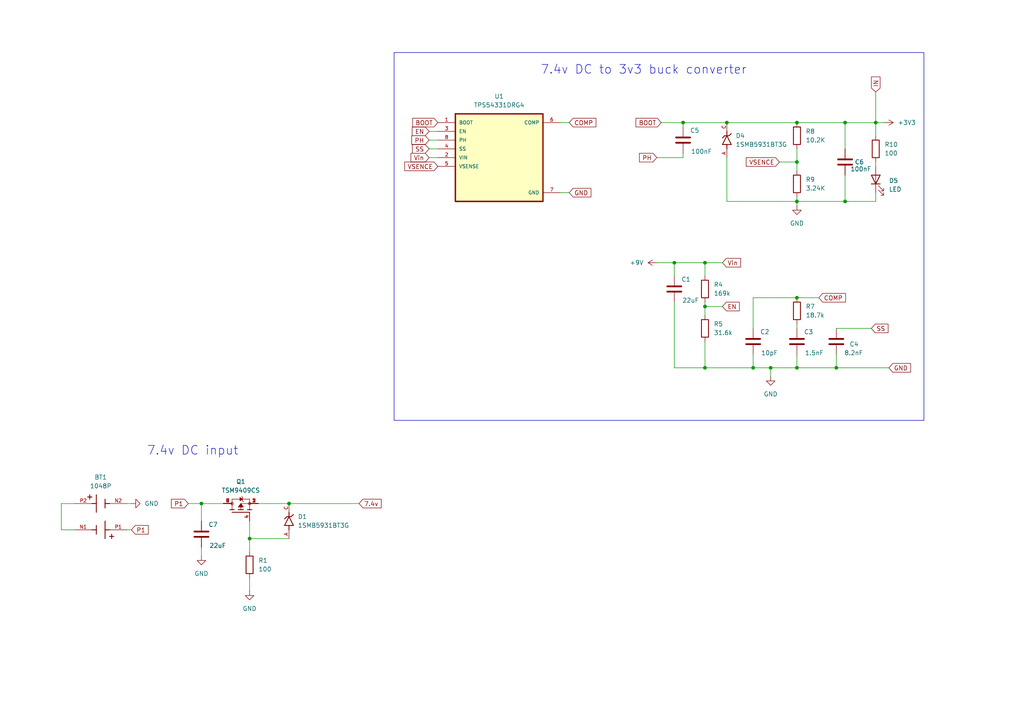
<source format=kicad_sch>
(kicad_sch (version 20231120) (generator "eeschema") (generator_version "8.0")
  (paper "A4")
  (title_block (title "M.2 E-KEY SOCKET") (date "20 NO 2024") (rev "1") (company "ABTTRACT MACHINES") (comment 1 "DRAWN BY: JEFF MBOYA") (comment 2 "APPROVED BY: "))
  (lib_symbols
    (symbol "1048P:1048P" (pin_names (offset 1.016))
      (property "Reference" "BT" (at -3.81 6.35 0))
      (property "Value" "1048P" (at -3.81 -10.16 0))
      (symbol "1048P_0_0"
        (polyline (pts (xy -3.81 4.445) (xy -2.54 4.445)) (stroke (width 0.254)))
        (polyline (pts (xy -3.175 5.08) (xy -3.175 3.81)) (stroke (width 0.254)))
        (polyline (pts (xy -1.27 -6.35) (xy -1.27 -5.08)) (stroke (width 0.254)))
        (polyline (pts (xy -1.27 -5.08) (xy -2.54 -5.08)) (stroke (width 0.254)))
        (polyline (pts (xy -1.27 -5.08) (xy -1.27 -3.81)) (stroke (width 0.254)))
        (polyline (pts (xy -1.27 2.54) (xy -2.54 2.54)) (stroke (width 0.254)))
        (polyline (pts (xy -1.27 2.54) (xy -1.27 0)) (stroke (width 0.254)))
        (polyline (pts (xy -1.27 5.08) (xy -1.27 2.54)) (stroke (width 0.254)))
        (polyline (pts (xy 1.27 -7.62) (xy 1.27 -5.08)) (stroke (width 0.254)))
        (polyline (pts (xy 1.27 -5.08) (xy 1.27 -2.54)) (stroke (width 0.254)))
        (polyline (pts (xy 1.27 -5.08) (xy 2.54 -5.08)) (stroke (width 0.254)))
        (polyline (pts (xy 1.27 2.54) (xy 1.27 1.27)) (stroke (width 0.254)))
        (polyline (pts (xy 1.27 2.54) (xy 2.54 2.54)) (stroke (width 0.254)))
        (polyline (pts (xy 1.27 3.81) (xy 1.27 2.54)) (stroke (width 0.254)))
        (polyline (pts (xy 3.175 -7.62) (xy 3.175 -6.35)) (stroke (width 0.254)))
        (polyline (pts (xy 3.81 -6.985) (xy 2.54 -6.985)) (stroke (width 0.254)))
        (pin passive line (at 7.62 2.54 180) (length 5.08) (name "~") (number "N1"))
        (pin passive line (at -7.62 -5.08 0) (length 5.08) (name "~") (number "N2"))
        (pin passive line (at -7.62 2.54 0) (length 5.08) (name "~") (number "P1"))
        (pin passive line (at 7.62 -5.08 180) (length 5.08) (name "~") (number "P2"))
      )
    )
    (symbol "1SMB5931BT3G:1SMB5931BT3G" (pin_names (offset 1.016))
      (property "Reference" "D" (at -5.08 2.54 0))
      (property "Value" "1SMB5931BT3G" (at -5.08 -3.81 0))
      (symbol "1SMB5931BT3G_0_0"
        (polyline (pts (xy -2.54 0) (xy -1.27 0)) (stroke (width 0.254)))
        (polyline (pts (xy -1.27 -1.27) (xy 1.27 0)) (stroke (width 0.254)))
        (polyline (pts (xy -1.27 0) (xy -1.27 -1.27)) (stroke (width 0.254)))
        (polyline (pts (xy -1.27 1.27) (xy -1.27 0)) (stroke (width 0.254)))
        (polyline (pts (xy 0.635 1.27) (xy 1.27 0.635)) (stroke (width 0.254)))
        (polyline (pts (xy 1.27 -0.635) (xy 1.905 -1.27)) (stroke (width 0.254)))
        (polyline (pts (xy 1.27 0) (xy -1.27 1.27)) (stroke (width 0.254)))
        (polyline (pts (xy 1.27 0) (xy 1.27 -0.635)) (stroke (width 0.254)))
        (polyline (pts (xy 1.27 0.635) (xy 1.27 0)) (stroke (width 0.254)))
        (polyline (pts (xy 2.54 0) (xy 1.27 0)) (stroke (width 0.254)))
        (pin passive line (at -5.08 0 0) (length 2.54) (name "~") (number "A"))
        (pin passive line (at 5.08 0 180) (length 2.54) (name "~") (number "C"))
      )
    )
    (symbol "Device:C" (pin_numbers hide) (pin_names (offset 0.254))
      (property "Reference" "C" (at 0.635 2.54 0))
      (property "Value" "C" (at 0.635 -2.54 0))
      (symbol "C_0_1"
        (polyline (pts (xy -2.032 -0.762) (xy 2.032 -0.762)) (stroke (width 0.508)))
        (polyline (pts (xy -2.032 0.762) (xy 2.032 0.762)) (stroke (width 0.508)))
      )
      (symbol "C_1_1"
        (pin passive line (at 0 3.81 270) (length 2.794) (name "~") (number "1"))
        (pin passive line (at 0 -3.81 90) (length 2.794) (name "~") (number "2"))
      )
    )
    (symbol "Device:LED" (pin_numbers hide) (pin_names (offset 1.016) hide)
      (property "Reference" "D" (at 0 2.54 0))
      (property "Value" "LED" (at 0 -2.54 0))
      (symbol "LED_0_1"
        (polyline (pts (xy -1.27 -1.27) (xy -1.27 1.27)) (stroke (width 0.254)))
        (polyline (pts (xy -1.27 0) (xy 1.27 0)))
        (polyline (pts (xy 1.27 -1.27) (xy 1.27 1.27) (xy -1.27 0) (xy 1.27 -1.27)) (stroke (width 0.254)))
        (polyline (pts (xy -3.048 -0.762) (xy -4.572 -2.286) (xy -3.81 -2.286) (xy -4.572 -2.286) (xy -4.572 -1.524)))
        (polyline (pts (xy -1.778 -0.762) (xy -3.302 -2.286) (xy -2.54 -2.286) (xy -3.302 -2.286) (xy -3.302 -1.524)))
      )
      (symbol "LED_1_1"
        (pin passive line (at -3.81 0 0) (length 2.54) (name "K") (number "1"))
        (pin passive line (at 3.81 0 180) (length 2.54) (name "A") (number "2"))
      )
    )
    (symbol "Device:R" (pin_numbers hide) (pin_names (offset 0))
      (property "Reference" "R" (at 2.032 0 90))
      (property "Value" "R" (at 0 0 90))
      (symbol "R_0_1"
        (rectangle (start -1.016 -2.54) (end 1.016 2.54) (stroke (width 0.254)))
      )
      (symbol "R_1_1"
        (pin passive line (at 0 3.81 270) (length 1.27) (name "~") (number "1"))
        (pin passive line (at 0 -3.81 90) (length 1.27) (name "~") (number "2"))
      )
    )
    (symbol "TPS54331DRG4:TPS54331DRG4" (pin_names (offset 1.016))
      (property "Reference" "U" (at -12.7 13.7 0))
      (property "Value" "TPS54331DRG4" (at -12.7 -16.7 0))
      (symbol "TPS54331DRG4_0_0"
        (rectangle (start -12.7 -12.7) (end 12.7 12.7) (stroke (width 0.41)) (fill (type background)))
        (pin input line (at -17.78 10.16 0) (length 5.08) (name "BOOT") (number "1"))
        (pin input line (at -17.78 0 0) (length 5.08) (name "VIN") (number "2"))
        (pin input line (at -17.78 7.62 0) (length 5.08) (name "EN") (number "3"))
        (pin input line (at -17.78 2.54 0) (length 5.08) (name "SS") (number "4"))
        (pin input line (at -17.78 -2.54 0) (length 5.08) (name "VSENSE") (number "5"))
        (pin output line (at 17.78 10.16 180) (length 5.08) (name "COMP") (number "6"))
        (pin power_in line (at 17.78 -10.16 180) (length 5.08) (name "GND") (number "7"))
        (pin input line (at -17.78 5.08 0) (length 5.08) (name "PH") (number "8"))
      )
    )
    (symbol "TSM9409CS:TSM9409CS" (pin_names (offset 1.016))
      (property "Reference" "Q" (at -8.89 3.81 0))
      (property "Value" "TSM9409CS" (at -8.89 -6.35 0))
      (symbol "TSM9409CS_0_0"
        (polyline (pts (xy 0 -2.54) (xy 0 2.54)) (stroke (width 0.254)))
        (polyline (pts (xy 0.762 -3.175) (xy 0.762 -2.54)) (stroke (width 0.254)))
        (polyline (pts (xy 0.762 -2.54) (xy 0.762 -1.905)) (stroke (width 0.254)))
        (polyline (pts (xy 0.762 -2.54) (xy 3.81 -2.54)) (stroke (width 0.1524)))
        (polyline (pts (xy 0.762 -0.762) (xy 0.762 0)) (stroke (width 0.254)))
        (polyline (pts (xy 0.762 0) (xy 0.762 0.762)) (stroke (width 0.254)))
        (polyline (pts (xy 0.762 0) (xy 2.54 0)) (stroke (width 0.1524)))
        (polyline (pts (xy 0.762 1.905) (xy 0.762 2.54)) (stroke (width 0.254)))
        (polyline (pts (xy 0.762 2.54) (xy 0.762 3.175)) (stroke (width 0.254)))
        (polyline (pts (xy 2.54 0) (xy 2.54 2.54)) (stroke (width 0.1524)))
        (polyline (pts (xy 2.54 2.54) (xy 0.762 2.54)) (stroke (width 0.1524)))
        (polyline (pts (xy 2.54 2.54) (xy 3.81 2.54)) (stroke (width 0.1524)))
        (polyline (pts (xy 3.048 0.762) (xy 3.302 0.508)) (stroke (width 0.1524)))
        (polyline (pts (xy 3.302 0.508) (xy 3.81 0.508)) (stroke (width 0.1524)))
        (polyline (pts (xy 3.81 -2.54) (xy 3.81 0.508)) (stroke (width 0.1524)))
        (polyline (pts (xy 3.81 0.508) (xy 3.81 2.54)) (stroke (width 0.1524)))
        (polyline (pts (xy 3.81 0.508) (xy 4.318 0.508)) (stroke (width 0.1524)))
        (polyline (pts (xy 4.318 0.508) (xy 4.572 0.254)) (stroke (width 0.1524)))
        (polyline (pts (xy 2.54 0) (xy 1.524 0.762) (xy 1.524 -0.762) (xy 2.54 0)) (stroke (width 0.1524)) (fill (type outline)))
        (polyline (pts (xy 3.81 0.508) (xy 4.318 -0.254) (xy 3.302 -0.254) (xy 3.81 0.508)) (stroke (width 0.1524)) (fill (type outline)))
        (circle (center 2.54 -2.54) (radius 0.3592))
        (circle (center 2.54 2.54) (radius 0.3592))
        (pin passive line (at 2.54 5.08 270) (length 2.54) (name "~") (number "1"))
        (pin passive line (at 2.54 5.08 270) (length 2.54) (name "~") (number "2"))
        (pin passive line (at 2.54 5.08 270) (length 2.54) (name "~") (number "3"))
        (pin passive line (at -2.54 2.54 0) (length 2.54) (name "~") (number "4"))
        (pin passive line (at 2.54 -5.08 90) (length 2.54) (name "~") (number "5"))
        (pin passive line (at 2.54 -5.08 90) (length 2.54) (name "~") (number "6"))
        (pin passive line (at 2.54 -5.08 90) (length 2.54) (name "~") (number "7"))
        (pin passive line (at 2.54 -5.08 90) (length 2.54) (name "~") (number "8"))
      )
    )
    (symbol "power:+3V3" (power) (pin_numbers hide) (pin_names (offset 0) hide)
      (property "Value" "+3V3" (at 0 3.556 0))
      (symbol "+3V3_0_1"
        (polyline (pts (xy -0.762 1.27) (xy 0 2.54)))
        (polyline (pts (xy 0 0) (xy 0 2.54)))
        (polyline (pts (xy 0 2.54) (xy 0.762 1.27)))
      )
      (symbol "+3V3_1_1"
        (pin power_in line (at 0 0 90) (length 0) (name "~") (number "1"))
      )
    )
    (symbol "power:+9V" (power) (pin_numbers hide) (pin_names (offset 0) hide)
      (property "Value" "+9V" (at 0 3.556 0))
      (symbol "+9V_0_1"
        (polyline (pts (xy -0.762 1.27) (xy 0 2.54)))
        (polyline (pts (xy 0 0) (xy 0 2.54)))
        (polyline (pts (xy 0 2.54) (xy 0.762 1.27)))
      )
      (symbol "+9V_1_1"
        (pin power_in line (at 0 0 90) (length 0) (name "~") (number "1"))
      )
    )
    (symbol "power:GND" (power) (pin_names (offset 0))
      (property "Value" "GND" (at 0 -3.81 0))
      (symbol "GND_0_1"
        (polyline (pts (xy 0 0) (xy 0 -1.27) (xy 1.27 -1.27) (xy 0 -2.54) (xy -1.27 -1.27) (xy 0 -1.27)))
      )
      (symbol "GND_1_1"
        (pin power_in line (at 0 0 270) (length 0) hide (name "GND") (number "1"))
      )
    )
    (symbol "power:GND1" (power) (pin_numbers hide) (pin_names (offset 0) hide)
      (property "Value" "GND1" (at 0 -3.81 0))
      (symbol "GND1_0_1"
        (polyline (pts (xy 0 0) (xy 0 -1.27) (xy 1.27 -1.27) (xy 0 -2.54) (xy -1.27 -1.27) (xy 0 -1.27)))
      )
      (symbol "GND1_1_1"
        (pin power_in line (at 0 0 270) (length 0) (name "~") (number "1"))
      )
    )
  )
  (junction (at 223.52 106.68))
  (junction (at 231.14 86.36))
  (junction (at 231.14 35.56))
  (junction (at 198.12 35.56))
  (junction (at 72.39 156.21))
  (junction (at 242.57 106.68))
  (junction (at 204.47 88.9))
  (junction (at 210.82 35.56))
  (junction (at 58.42 146.05))
  (junction (at 245.11 35.56))
  (junction (at 231.14 58.42))
  (junction (at 245.11 58.42))
  (junction (at 204.47 76.2))
  (junction (at 195.58 76.2))
  (junction (at 83.82 146.05))
  (junction (at 218.44 106.68))
  (junction (at 231.14 46.99))
  (junction (at 254 35.56))
  (junction (at 231.14 106.68))
  (junction (at 204.47 106.68))
  (wire (pts (xy 38.1 153.67) (xy 36.83 153.67)))
  (wire (pts (xy 190.5 45.72) (xy 198.12 45.72)))
  (wire (pts (xy 204.47 88.9) (xy 204.47 91.44)))
  (wire (pts (xy 218.44 106.68) (xy 204.47 106.68)))
  (wire (pts (xy 226.06 46.99) (xy 231.14 46.99)))
  (wire (pts (xy 124.46 43.18) (xy 127 43.18)))
  (wire (pts (xy 72.39 156.21) (xy 72.39 160.02)))
  (wire (pts (xy 191.77 35.56) (xy 198.12 35.56)))
  (wire (pts (xy 223.52 106.68) (xy 218.44 106.68)))
  (wire (pts (xy 83.82 146.05) (xy 104.14 146.05)))
  (wire (pts (xy 231.14 58.42) (xy 245.11 58.42)))
  (wire (pts (xy 198.12 45.72) (xy 198.12 44.45)))
  (wire (pts (xy 231.14 102.87) (xy 231.14 106.68)))
  (wire (pts (xy 242.57 106.68) (xy 257.81 106.68)))
  (wire (pts (xy 242.57 95.25) (xy 252.73 95.25)))
  (wire (pts (xy 124.46 45.72) (xy 127 45.72)))
  (wire (pts (xy 210.82 58.42) (xy 231.14 58.42)))
  (wire (pts (xy 245.11 43.18) (xy 245.11 35.56)))
  (wire (pts (xy 54.61 146.05) (xy 58.42 146.05)))
  (wire (pts (xy 231.14 46.99) (xy 231.14 49.53)))
  (wire (pts (xy 231.14 93.98) (xy 231.14 95.25)))
  (wire (pts (xy 223.52 106.68) (xy 231.14 106.68)))
  (wire (pts (xy 72.39 151.13) (xy 72.39 156.21)))
  (wire (pts (xy 195.58 76.2) (xy 195.58 80.01)))
  (wire (pts (xy 231.14 57.15) (xy 231.14 58.42)))
  (wire (pts (xy 254 35.56) (xy 254 39.37)))
  (wire (pts (xy 231.14 35.56) (xy 245.11 35.56)))
  (wire (pts (xy 17.78 146.05) (xy 21.59 146.05)))
  (wire (pts (xy 231.14 86.36) (xy 237.49 86.36)))
  (wire (pts (xy 17.78 153.67) (xy 21.59 153.67)))
  (wire (pts (xy 204.47 88.9) (xy 209.55 88.9)))
  (wire (pts (xy 195.58 76.2) (xy 204.47 76.2)))
  (wire (pts (xy 254 35.56) (xy 256.54 35.56)))
  (wire (pts (xy 124.46 38.1) (xy 127 38.1)))
  (wire (pts (xy 198.12 35.56) (xy 210.82 35.56)))
  (wire (pts (xy 210.82 45.72) (xy 210.82 58.42)))
  (wire (pts (xy 210.82 35.56) (xy 231.14 35.56)))
  (wire (pts (xy 17.78 146.05) (xy 17.78 153.67)))
  (wire (pts (xy 218.44 102.87) (xy 218.44 106.68)))
  (wire (pts (xy 58.42 146.05) (xy 64.77 146.05)))
  (wire (pts (xy 195.58 106.68) (xy 204.47 106.68)))
  (wire (pts (xy 204.47 76.2) (xy 209.55 76.2)))
  (wire (pts (xy 231.14 106.68) (xy 242.57 106.68)))
  (wire (pts (xy 231.14 86.36) (xy 218.44 86.36)))
  (wire (pts (xy 245.11 58.42) (xy 254 58.42)))
  (wire (pts (xy 72.39 156.21) (xy 83.82 156.21)))
  (wire (pts (xy 254 26.67) (xy 254 35.56)))
  (wire (pts (xy 72.39 167.64) (xy 72.39 171.45)))
  (wire (pts (xy 223.52 109.22) (xy 223.52 106.68)))
  (wire (pts (xy 58.42 151.13) (xy 58.42 146.05)))
  (wire (pts (xy 245.11 50.8) (xy 245.11 58.42)))
  (wire (pts (xy 58.42 158.75) (xy 58.42 161.29)))
  (wire (pts (xy 218.44 86.36) (xy 218.44 95.25)))
  (wire (pts (xy 74.93 146.05) (xy 83.82 146.05)))
  (wire (pts (xy 38.1 146.05) (xy 36.83 146.05)))
  (wire (pts (xy 198.12 35.56) (xy 198.12 36.83)))
  (wire (pts (xy 204.47 106.68) (xy 204.47 99.06)))
  (wire (pts (xy 124.46 40.64) (xy 127 40.64)))
  (wire (pts (xy 254 46.99) (xy 254 48.26)))
  (wire (pts (xy 204.47 87.63) (xy 204.47 88.9)))
  (wire (pts (xy 204.47 76.2) (xy 204.47 80.01)))
  (wire (pts (xy 254 55.88) (xy 254 58.42)))
  (wire (pts (xy 165.1 35.56) (xy 162.56 35.56)))
  (wire (pts (xy 195.58 87.63) (xy 195.58 106.68)))
  (wire (pts (xy 190.5 76.2) (xy 195.58 76.2)))
  (wire (pts (xy 242.57 102.87) (xy 242.57 106.68)))
  (wire (pts (xy 165.1 55.88) (xy 162.56 55.88)))
  (wire (pts (xy 231.14 43.18) (xy 231.14 46.99)))
  (wire (pts (xy 231.14 59.69) (xy 231.14 58.42)))
  (wire (pts (xy 245.11 35.56) (xy 254 35.56)))
  (rectangle (start 114.3 15.24) (end 267.97 121.92))
  (text "7.4v DC input" (at 55.88 130.81 0) (effects (font (size 2.54 2.54))))
  (text "7.4v DC to 3v3 buck converter" (at 186.69 20.32 0) (effects (font (size 2.54 2.54))))
  (global_label "7.4v" (shape input) (at 104.14 146.05 0) (property "Intersheetrefs" "${INTERSHEET_REFS}" (effects (hide yes))))
  (global_label "IN" (shape input) (at 254 26.67 90) (property "Intersheetrefs" "${INTERSHEET_REFS}" (effects (hide yes))))
  (global_label "COMP" (shape input) (at 165.1 35.56 0) (property "Intersheetrefs" "${INTERSHEET_REFS}" (effects (hide yes))))
  (global_label "VSENCE" (shape input) (at 226.06 46.99 180) (property "Intersheetrefs" "${INTERSHEET_REFS}" (effects (hide yes))))
  (global_label "BOOT" (shape input) (at 191.77 35.56 180) (property "Intersheetrefs" "${INTERSHEET_REFS}" (effects (hide yes))))
  (global_label "BOOT" (shape input) (at 127 35.56 180) (property "Intersheetrefs" "${INTERSHEET_REFS}" (effects (hide yes))))
  (global_label "P1" (shape input) (at 38.1 153.67 0) (property "Intersheetrefs" "${INTERSHEET_REFS}" (effects (hide yes))))
  (global_label "Vin" (shape input) (at 209.55 76.2 0) (property "Intersheetrefs" "${INTERSHEET_REFS}" (effects (hide yes))))
  (global_label "EN" (shape input) (at 209.55 88.9 0) (property "Intersheetrefs" "${INTERSHEET_REFS}" (effects (hide yes))))
  (global_label "GND" (shape input) (at 165.1 55.88 0) (property "Intersheetrefs" "${INTERSHEET_REFS}" (effects (hide yes))))
  (global_label "VSENCE" (shape input) (at 127 48.26 180) (property "Intersheetrefs" "${INTERSHEET_REFS}" (effects (hide yes))))
  (global_label "GND" (shape input) (at 257.81 106.68 0) (property "Intersheetrefs" "${INTERSHEET_REFS}" (effects (hide yes))))
  (global_label "EN" (shape input) (at 124.46 38.1 180) (property "Intersheetrefs" "${INTERSHEET_REFS}" (effects (hide yes))))
  (global_label "SS" (shape input) (at 124.46 43.18 180) (property "Intersheetrefs" "${INTERSHEET_REFS}" (effects (hide yes))))
  (global_label "Vin" (shape input) (at 124.46 45.72 180) (property "Intersheetrefs" "${INTERSHEET_REFS}" (effects (hide yes))))
  (global_label "PH" (shape input) (at 124.46 40.64 180) (property "Intersheetrefs" "${INTERSHEET_REFS}" (effects (hide yes))))
  (global_label "COMP" (shape input) (at 237.49 86.36 0) (property "Intersheetrefs" "${INTERSHEET_REFS}" (effects (hide yes))))
  (global_label "SS" (shape input) (at 252.73 95.25 0) (property "Intersheetrefs" "${INTERSHEET_REFS}" (effects (hide yes))))
  (global_label "PH" (shape input) (at 190.5 45.72 180) (property "Intersheetrefs" "${INTERSHEET_REFS}" (effects (hide yes))))
  (global_label "P1" (shape input) (at 54.61 146.05 180) (property "Intersheetrefs" "${INTERSHEET_REFS}" (effects (hide yes))))
  (symbol (lib_id "power:GND1") (at 72.39 171.45 0) (unit 1)
    (property "Reference" "#PWR012" (effects (hide yes)))
    (property "Value" "GND" (at 72.39 176.53 0))
    (property "Description" "Power symbol creates a global label with name \"GND1\" , ground" (effects (hide yes)))
  )
  (symbol (lib_id "Device:R") (at 204.47 83.82 0) (unit 1)
    (property "Reference" "R4" (at 207.01 82.5499 0) (effects (justify left)))
    (property "Value" "169k" (at 207.01 85.0899 0) (effects (justify left)))
    (property "Footprint" "Resistor_SMD:R_0603_1608Metric" (effects (hide yes)))
    (property "Description" "Resistor" (effects (hide yes)))
  )
  (symbol (lib_id "Device:C") (at 231.14 99.06 0) (unit 1)
    (property "Reference" "C3" (at 233.172 96.266 0) (effects (justify left)))
    (property "Value" "1.5nF" (at 233.426 102.362 0) (effects (justify left)))
    (property "Footprint" "Capacitor_SMD:C_1206_3216Metric" (effects (hide yes)))
    (property "Description" "Unpolarized capacitor" (effects (hide yes)))
  )
  (symbol (lib_id "1SMB5931BT3G:1SMB5931BT3G") (at 83.82 151.13 90) (unit 1)
    (property "Reference" "D1" (at 86.36 149.8599 90) (effects (justify right)))
    (property "Value" "1SMB5931BT3G" (at 86.36 152.3999 90) (effects (justify right)))
    (property "Footprint" "1SMB5931BT3G:DIOM5436X247N" (effects (hide yes)))
    (property "MF" "onsemi" (effects (hide yes)))
    (property "MAXIMUM_PACKAGE_HEIGHT" "2.47 mm" (effects (hide yes)))
    (property "Package" "SMB-2 ON Semiconductor" (effects (hide yes)))
    (property "Price" "None" (effects (hide yes)))
    (property "Check_prices" "https://www.snapeda.com/parts/1SMB5931BT3G/Onsemi/view-part/?ref=eda" (effects (hide yes)))
    (property "STANDARD" "IPC 7351B" (effects (hide yes)))
    (property "PARTREV" "9" (effects (hide yes)))
    (property "SnapEDA_Link" "https://www.snapeda.com/parts/1SMB5931BT3G/Onsemi/view-part/?ref=snap" (effects (hide yes)))
    (property "MP" "1SMB5931BT3G" (effects (hide yes)))
    (property "Description_1" "\n                        \n                            Zener Diode Single 18V 5% 12Ohm 3000mW 2-Pin SMB T/R\n                        \n" (effects (hide yes)))
    (property "Availability" "In Stock" (effects (hide yes)))
    (property "MANUFACTURER" "ON Semiconductor" (effects (hide yes)))
  )
  (symbol (lib_id "power:+3V3") (at 256.54 35.56 270) (unit 1)
    (property "Reference" "#PWR021" (effects (hide yes)))
    (property "Value" "+3V3" (at 260.35 35.5599 90) (effects (justify left)))
    (property "Description" "Power symbol creates a global label with name \"+3V3\"" (effects (hide yes)))
  )
  (symbol (lib_id "Device:C") (at 198.12 40.64 0) (unit 1)
    (property "Reference" "C5" (at 200.152 37.846 0) (effects (justify left)))
    (property "Value" "100nF" (at 200.406 43.942 0) (effects (justify left)))
    (property "Footprint" "Capacitor_SMD:C_1206_3216Metric" (effects (hide yes)))
    (property "Description" "Unpolarized capacitor" (effects (hide yes)))
  )
  (symbol (lib_id "power:GND1") (at 223.52 109.22 0) (unit 1)
    (property "Reference" "#PWR017" (effects (hide yes)))
    (property "Value" "GND" (at 223.52 114.3 0))
    (property "Description" "Power symbol creates a global label with name \"GND1\" , ground" (effects (hide yes)))
  )
  (symbol (lib_id "Device:C") (at 242.57 99.06 0) (unit 1)
    (property "Reference" "C4" (at 246.38 99.822 0) (effects (justify left)))
    (property "Value" "8.2nF" (at 244.856 102.362 0) (effects (justify left)))
    (property "Footprint" "Capacitor_SMD:C_1206_3216Metric" (effects (hide yes)))
    (property "Description" "Unpolarized capacitor" (effects (hide yes)))
  )
  (symbol (lib_id "Device:R") (at 204.47 95.25 0) (unit 1)
    (property "Reference" "R5" (at 207.01 93.9799 0) (effects (justify left)))
    (property "Value" "31.6k" (at 207.01 96.5199 0) (effects (justify left)))
    (property "Footprint" "Resistor_SMD:R_0603_1608Metric" (effects (hide yes)))
    (property "Description" "Resistor" (effects (hide yes)))
  )
  (symbol (lib_id "1048P:1048P") (at 29.21 151.13 180) (unit 1)
    (property "Reference" "BT1" (at 29.21 138.43 0))
    (property "Value" "1048P" (at 29.21 140.97 0))
    (property "Footprint" "1048P:BAT_1048P" (effects (hide yes)))
    (property "MF" "Keystone Electronics" (effects (hide yes)))
    (property "MAXIMUM_PACKAGE_HEIGHT" "14.85mm" (effects (hide yes)))
    (property "Package" "None" (effects (hide yes)))
    (property "Price" "None" (effects (hide yes)))
    (property "Check_prices" "https://www.snapeda.com/parts/1048P/Keystone+Electronics/view-part/?ref=eda" (effects (hide yes)))
    (property "STANDARD" "Manufacturer Recommendations" (effects (hide yes)))
    (property "PARTREV" "A" (effects (hide yes)))
    (property "SnapEDA_Link" "https://www.snapeda.com/parts/1048P/Keystone+Electronics/view-part/?ref=snap" (effects (hide yes)))
    (property "MP" "1048P" (effects (hide yes)))
    (property "Description_1" "\n                        \n                            SMT Polarized Battery Holder for Dual 18650 Batteries | Keystone Electronics 1048P\n                        \n" (effects (hide yes)))
    (property "MANUFACTURER" "Keystone" (effects (hide yes)))
    (property "Availability" "In Stock" (effects (hide yes)))
    (property "SNAPEDA_PN" "1048P" (effects (hide yes)))
  )
  (symbol (lib_id "TPS54331DRG4:TPS54331DRG4") (at 144.78 45.72 0) (unit 1)
    (property "Reference" "U1" (at 144.78 27.94 0))
    (property "Value" "TPS54331DRG4" (at 144.78 30.48 0))
    (property "Footprint" "TPS54331DRG4:SOIC127P599X175-8N" (effects (hide yes)))
    (property "MF" "Texas Instruments" (effects (hide yes)))
    (property "Description_1" "\n                        \n                            3.5V to 28V Input, 3A, 570kHz Step-Down Converter with Eco-mode 8-SOIC -40 to 150\n                        \n" (effects (hide yes)))
    (property "Package" "SOIC-8 Texas Instruments" (effects (hide yes)))
    (property "Price" "None" (effects (hide yes)))
    (property "SnapEDA_Link" "https://www.snapeda.com/parts/TPS54331DRG4/Texas+Instruments/view-part/?ref=snap" (effects (hide yes)))
    (property "MP" "TPS54331DRG4" (effects (hide yes)))
    (property "Availability" "In Stock" (effects (hide yes)))
    (property "Check_prices" "https://www.snapeda.com/parts/TPS54331DRG4/Texas+Instruments/view-part/?ref=eda" (effects (hide yes)))
  )
  (symbol (lib_id "1SMB5931BT3G:1SMB5931BT3G") (at 210.82 40.64 90) (unit 1)
    (property "Reference" "D4" (at 213.36 39.3699 90) (effects (justify right)))
    (property "Value" "1SMB5931BT3G" (at 213.36 41.9099 90) (effects (justify right)))
    (property "Footprint" "1SMB5931BT3G:DIOM5436X247N" (effects (hide yes)))
    (property "MF" "onsemi" (effects (hide yes)))
    (property "MAXIMUM_PACKAGE_HEIGHT" "2.47 mm" (effects (hide yes)))
    (property "Package" "SMB-2 ON Semiconductor" (effects (hide yes)))
    (property "Price" "None" (effects (hide yes)))
    (property "Check_prices" "https://www.snapeda.com/parts/1SMB5931BT3G/Onsemi/view-part/?ref=eda" (effects (hide yes)))
    (property "STANDARD" "IPC 7351B" (effects (hide yes)))
    (property "PARTREV" "9" (effects (hide yes)))
    (property "SnapEDA_Link" "https://www.snapeda.com/parts/1SMB5931BT3G/Onsemi/view-part/?ref=snap" (effects (hide yes)))
    (property "MP" "1SMB5931BT3G" (effects (hide yes)))
    (property "Description_1" "\n                        \n                            Zener Diode Single 18V 5% 12Ohm 3000mW 2-Pin SMB T/R\n                        \n" (effects (hide yes)))
    (property "Availability" "In Stock" (effects (hide yes)))
    (property "MANUFACTURER" "ON Semiconductor" (effects (hide yes)))
  )
  (symbol (lib_id "Device:R") (at 231.14 90.17 0) (unit 1)
    (property "Reference" "R7" (at 233.68 88.8999 0) (effects (justify left)))
    (property "Value" "18.7k" (at 233.68 91.4399 0) (effects (justify left)))
    (property "Footprint" "Resistor_SMD:R_0603_1608Metric" (effects (hide yes)))
    (property "Description" "Resistor" (effects (hide yes)))
  )
  (symbol (lib_id "Device:C") (at 245.11 46.99 0) (unit 1)
    (property "Reference" "C6" (at 247.904 46.99 0) (effects (justify left)))
    (property "Value" "100nF" (at 246.634 49.022 0) (effects (justify left)))
    (property "Footprint" "Capacitor_SMD:C_1206_3216Metric" (effects (hide yes)))
    (property "Description" "Unpolarized capacitor" (effects (hide yes)))
  )
  (symbol (lib_id "power:GND1") (at 231.14 59.69 0) (unit 1)
    (property "Reference" "#PWR020" (effects (hide yes)))
    (property "Value" "GND" (at 231.14 64.77 0))
    (property "Description" "Power symbol creates a global label with name \"GND1\" , ground" (effects (hide yes)))
  )
  (symbol (lib_id "Device:C") (at 218.44 99.06 0) (unit 1)
    (property "Reference" "C2" (at 220.472 96.266 0) (effects (justify left)))
    (property "Value" "10pF" (at 220.726 102.362 0) (effects (justify left)))
    (property "Footprint" "Capacitor_SMD:C_1206_3216Metric" (effects (hide yes)))
    (property "Description" "Unpolarized capacitor" (effects (hide yes)))
  )
  (symbol (lib_id "Device:R") (at 254 43.18 0) (unit 1)
    (property "Reference" "R10" (at 256.54 41.9099 0) (effects (justify left)))
    (property "Value" "100" (at 256.54 44.4499 0) (effects (justify left)))
    (property "Footprint" "Resistor_SMD:R_0603_1608Metric" (effects (hide yes)))
    (property "Description" "Resistor" (effects (hide yes)))
  )
  (symbol (lib_id "Device:R") (at 72.39 163.83 0) (unit 1)
    (property "Reference" "R1" (at 74.93 162.5599 0) (effects (justify left)))
    (property "Value" "100" (at 74.93 165.0999 0) (effects (justify left)))
    (property "Footprint" "Resistor_SMD:R_0603_1608Metric" (effects (hide yes)))
    (property "Description" "Resistor" (effects (hide yes)))
  )
  (symbol (lib_id "TSM9409CS:TSM9409CS") (at 69.85 148.59 270) (mirror x) (unit 1)
    (property "Reference" "Q1" (at 69.85 139.7 90))
    (property "Value" "TSM9409CS" (at 69.85 142.24 90))
    (property "Footprint" "TSM9409CS:TRANS_TSM9409CS" (effects (hide yes)))
    (property "MF" "Taiwan Semiconductor" (effects (hide yes)))
    (property "MAXIMUM_PACKAGE_HEIGHT" "1.75mm" (effects (hide yes)))
    (property "Package" "SOP-8 Taiwan Semiconductor" (effects (hide yes)))
    (property "Price" "None" (effects (hide yes)))
    (property "Check_prices" "https://www.snapeda.com/parts/TSM9409CS/Taiwan+Semiconductor/view-part/?ref=eda" (effects (hide yes)))
    (property "STANDARD" "Manufacturer Recommendations" (effects (hide yes)))
    (property "PARTREV" "D2405" (effects (hide yes)))
    (property "SnapEDA_Link" "https://www.snapeda.com/parts/TSM9409CS/Taiwan+Semiconductor/view-part/?ref=snap" (effects (hide yes)))
    (property "MP" "TSM9409CS" (effects (hide yes)))
    (property "Description_1" "\n                        \n                            -60V, -3A, Single P-Channel MOSFETs\n                        \n" (effects (hide yes)))
    (property "Availability" "In Stock" (effects (hide yes)))
    (property "MANUFACTURER" "Taiwan Semiconductor" (effects (hide yes)))
  )
  (symbol (lib_id "Device:LED") (at 254 52.07 90) (unit 1)
    (property "Reference" "D5" (at 257.81 52.3874 90) (effects (justify right)))
    (property "Value" "LED" (at 257.81 54.9274 90) (effects (justify right)))
    (property "Footprint" "LED_SMD:LED_0603_1608Metric" (effects (hide yes)))
    (property "Description" "Light emitting diode" (effects (hide yes)))
  )
  (symbol (lib_id "power:GND") (at 38.1 146.05 90) (unit 1)
    (property "Reference" "#PWR014" (effects (hide yes)))
    (property "Value" "GND" (at 41.91 146.0499 90) (effects (justify right)))
  )
  (symbol (lib_id "power:+9V") (at 190.5 76.2 90) (unit 1)
    (property "Reference" "#PWR015" (effects (hide yes)))
    (property "Value" "+9V" (at 186.69 76.1999 90) (effects (justify left)))
    (property "Description" "Power symbol creates a global label with name \"+9V\"" (effects (hide yes)))
  )
  (symbol (lib_id "Device:C") (at 58.42 154.94 0) (unit 1)
    (property "Reference" "C7" (at 60.452 152.146 0) (effects (justify left)))
    (property "Value" "22uF" (at 60.706 158.242 0) (effects (justify left)))
    (property "Footprint" "Capacitor_SMD:C_1206_3216Metric" (effects (hide yes)))
    (property "Description" "Unpolarized capacitor" (effects (hide yes)))
  )
  (symbol (lib_id "Device:C") (at 195.58 83.82 0) (unit 1)
    (property "Reference" "C1" (at 197.612 81.026 0) (effects (justify left)))
    (property "Value" "22uF" (at 197.866 87.122 0) (effects (justify left)))
    (property "Footprint" "Capacitor_SMD:C_1206_3216Metric" (effects (hide yes)))
    (property "Description" "Unpolarized capacitor" (effects (hide yes)))
  )
  (symbol (lib_id "power:GND") (at 58.42 161.29 0) (unit 1)
    (property "Reference" "#PWR011" (effects (hide yes)))
    (property "Value" "GND" (at 58.42 166.37 0))
  )
  (symbol (lib_id "Device:R") (at 231.14 53.34 0) (unit 1)
    (property "Reference" "R9" (at 233.68 52.0699 0) (effects (justify left)))
    (property "Value" "3.24K" (at 233.68 54.6099 0) (effects (justify left)))
    (property "Footprint" "Resistor_SMD:R_0603_1608Metric" (effects (hide yes)))
    (property "Description" "Resistor" (effects (hide yes)))
  )
  (symbol (lib_id "Device:R") (at 231.14 39.37 0) (unit 1)
    (property "Reference" "R8" (at 233.68 38.0999 0) (effects (justify left)))
    (property "Value" "10.2K" (at 233.68 40.6399 0) (effects (justify left)))
    (property "Footprint" "Resistor_SMD:R_0603_1608Metric" (effects (hide yes)))
    (property "Description" "Resistor" (effects (hide yes)))
  )
)
</source>
